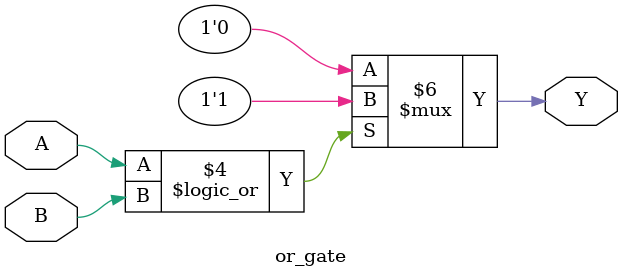
<source format=v>
module or_gate(output reg Y, input A, input B);
always @(A or B) begin
	if (A == 1 || B == 1)
		Y = 1;
	else
		Y = 0;
end
endmodule

</source>
